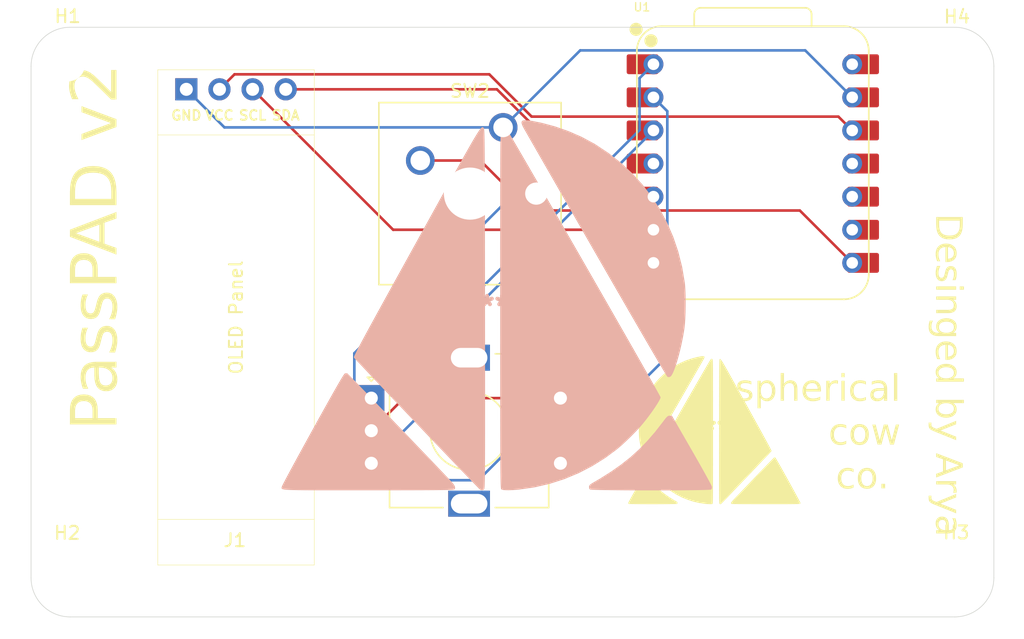
<source format=kicad_pcb>
(kicad_pcb (version 20241229) (generator "pcbnew") (generator_version "9.0")
  (layers (0 "F.Cu" signal) (2 "B.Cu" signal) (13 "F.Paste" user) (15 "B.Paste" user) (5 "F.SilkS" user "F.Silkscreen") (7 "B.SilkS" user "B.Silkscreen") (1 "F.Mask" user) (3 "B.Mask" user) (25 "Edge.Cuts" user))
  (net 0 "")
  (net 1 "+3V3")
  (net 2 "Net-(J1-Pin_4)")
  (net 3 "GND")
  (net 4 "Net-(J1-Pin_3)")
  (net 5 "Net-(U1-P28{slash}A2{slash}D2)")
  (net 6 "Net-(U1-P26{slash}A0{slash}D0)")
  (net 19 "Net-(U1-P27{slash}A1{slash}D1)")
  (net 20 "Net-(U1-D7{slash}CSB{slash}P1{slash}RX)")
  (footprint "MountingHole:MountingHole_2.7mm_M2.5" (layer "F.Cu") (at 166.241551 71.889468)
    (property "Reference" "H4" (at 0 -3.65 0) (layer "F.SilkS"))
    (property "Value" "MountingHole")
    (pad "" np_thru_hole circle (at 0 0) (size 2.7 2.7) (drill 2.7) (layers "*.Cu" "*.Mask"))
  )
  (footprint "xiao:XIAO-through-hole" (layer "F.Cu") (at 150.589086 79.51435)
    (property "Reference" "U1" (at -8.5 -12 0) (layer "F.SilkS") (effects (font (size 0.635 0.635) (thickness 0.1016))))
    (property "Value" "102010428")
    (fp_line (start -8.89 8.509) (end -8.89 -8.636) (stroke (width 0.127)) (layer "F.SilkS"))
    (fp_line (start -6.985 10.414) (end 6.985 10.414) (stroke (width 0.127)) (layer "F.SilkS"))
    (fp_line (start -4.495 -10.541) (end -4.491272 -11.451272) (stroke (width 0.127)) (layer "F.SilkS"))
    (fp_line (start -3.991272 -11.951) (end 4.004 -11.951) (stroke (width 0.127)) (layer "F.SilkS"))
    (fp_line (start 4.504 -11.451) (end 4.504 -10.541) (stroke (width 0.127)) (layer "F.SilkS"))
    (fp_line (start 6.985 -10.541) (end -6.985 -10.541) (stroke (width 0.1)) (layer "F.SilkS"))
    (fp_line (start 6.985 -10.541) (end -6.985 -10.541) (stroke (width 0.127)) (layer "F.SilkS"))
    (fp_line (start 8.89 8.509) (end 8.89 -8.636) (stroke (width 0.127)) (layer "F.SilkS"))
    (fp_arc (start -8.89 -8.636) (mid -8.332038 -9.983038) (end -6.985 -10.541) (stroke (width 0.127)) (layer "F.SilkS"))
    (fp_arc (start -6.985 10.414) (mid -8.332038 9.856038) (end -8.89 8.509) (stroke (width 0.127)) (layer "F.SilkS"))
    (fp_arc (start -4.491272 -11.451272) (mid -4.344728 -11.80464) (end -3.991272 -11.951) (stroke (width 0.127)) (layer "F.SilkS"))
    (fp_arc (start 4.004 -11.951) (mid 4.357553 -11.804553) (end 4.504 -11.451) (stroke (width 0.127)) (layer "F.SilkS"))
    (fp_arc (start 6.985 -10.541) (mid 8.332038 -9.983038) (end 8.89 -8.636) (stroke (width 0.127)) (layer "F.SilkS"))
    (fp_arc (start 8.89 8.509) (mid 8.332038 9.856038) (end 6.985 10.414) (stroke (width 0.127)) (layer "F.SilkS"))
    (fp_circle (center -8.95 -10.3) (end -8.95 -10.554) (stroke (width 0.5)) (fill yes) (layer "F.SilkS"))
    (fp_circle (center -7.807 -9.42) (end -7.807 -9.674) (stroke (width 0.5)) (fill yes) (layer "F.SilkS"))
    (pad "1" smd roundrect (at -8.455 -7.62 180) (size 2.432 1.524) (layers "F.Cu" "F.Mask") (roundrect_rratio 0.1) (net 6 "Net-(U1-P26{slash}A0{slash}D0)"))
    (pad "1" thru_hole circle (at -7.62 -7.62 180) (size 1.524 1.524) (drill 0.889) (layers "*.Cu" "*.Mask") (net 6 "Net-(U1-P26{slash}A0{slash}D0)"))
    (pad "2" smd roundrect (at -8.455 -5.08 180) (size 2.432 1.524) (layers "F.Cu" "F.Mask") (roundrect_rratio 0.1) (net 19 "Net-(U1-P27{slash}A1{slash}D1)"))
    (pad "2" thru_hole circle (at -7.62 -5.08 180) (size 1.524 1.524) (drill 0.889) (layers "*.Cu" "*.Mask") (net 19 "Net-(U1-P27{slash}A1{slash}D1)"))
    (pad "3" smd roundrect (at -8.455 -2.54 180) (size 2.432 1.524) (layers "F.Cu" "F.Mask") (roundrect_rratio 0.1) (net 5 "Net-(U1-P28{slash}A2{slash}D2)"))
    (pad "3" thru_hole circle (at -7.62 -2.54 180) (size 1.524 1.524) (drill 0.889) (layers "*.Cu" "*.Mask") (net 5 "Net-(U1-P28{slash}A2{slash}D2)"))
    (pad "4" smd roundrect (at -8.455 0 180) (size 2.432 1.524) (layers "F.Cu" "F.Mask") (roundrect_rratio 0.1))
    (pad "4" thru_hole circle (at -7.62 0 180) (size 1.524 1.524) (drill 0.889) (layers "*.Cu" "*.Mask"))
    (pad "5" smd roundrect (at -8.455 2.54 180) (size 2.432 1.524) (layers "F.Cu" "F.Mask") (roundrect_rratio 0.1) (net 2 "Net-(J1-Pin_4)"))
    (pad "5" thru_hole circle (at -7.62 2.54 180) (size 1.524 1.524) (drill 0.889) (layers "*.Cu" "*.Mask") (net 2 "Net-(J1-Pin_4)"))
    (pad "6" smd roundrect (at -8.455 5.08 180) (size 2.432 1.524) (layers "F.Cu" "F.Mask") (roundrect_rratio 0.1) (net 4 "Net-(J1-Pin_3)"))
    (pad "6" thru_hole circle (at -7.62 5.08 180) (size 1.524 1.524) (drill 0.889) (layers "*.Cu" "*.Mask") (net 4 "Net-(J1-Pin_3)"))
    (pad "7" smd roundrect (at -8.455 7.62 180) (size 2.432 1.524) (layers "F.Cu" "F.Mask") (roundrect_rratio 0.1))
    (pad "7" thru_hole circle (at -7.62 7.62 180) (size 1.524 1.524) (drill 0.889) (layers "*.Cu" "*.Mask"))
    (pad "8" thru_hole circle (at 7.62 7.62) (size 1.524 1.524) (drill 0.889) (layers "*.Cu" "*.Mask") (net 20 "Net-(U1-D7{slash}CSB{slash}P1{slash}RX)"))
    (pad "8" smd roundrect (at 8.455 7.62) (size 2.432 1.524) (layers "F.Cu" "F.Mask") (roundrect_rratio 0.1) (net 20 "Net-(U1-D7{slash}CSB{slash}P1{slash}RX)"))
    (pad "9" thru_hole circle (at 7.62 5.08) (size 1.524 1.524) (drill 0.889) (layers "*.Cu" "*.Mask"))
    (pad "9" smd roundrect (at 8.455 5.08) (size 2.432 1.524) (layers "F.Cu" "F.Mask") (roundrect_rratio 0.1))
    (pad "10" thru_hole circle (at 7.62 2.54) (size 1.524 1.524) (drill 0.889) (layers "*.Cu" "*.Mask"))
    (pad "10" smd roundrect (at 8.455 2.54) (size 2.432 1.524) (layers "F.Cu" "F.Mask") (roundrect_rratio 0.1))
    (pad "11" thru_hole circle (at 7.62 0) (size 1.524 1.524) (drill 0.889) (layers "*.Cu" "*.Mask"))
    (pad "11" smd roundrect (at 8.455 0) (size 2.432 1.524) (layers "F.Cu" "F.Mask") (roundrect_rratio 0.1))
    (pad "12" thru_hole circle (at 7.62 -2.54) (size 1.524 1.524) (drill 0.889) (layers "*.Cu" "*.Mask") (net 1 "+3V3"))
    (pad "12" smd roundrect (at 8.455 -2.54) (size 2.432 1.524) (layers "F.Cu" "F.Mask") (roundrect_rratio 0.1) (net 1 "+3V3"))
    (pad "13" thru_hole circle (at 7.62 -5.08) (size 1.524 1.524) (drill 0.889) (layers "*.Cu" "*.Mask") (net 3 "GND"))
    (pad "13" smd roundrect (at 8.455 -5.08) (size 2.432 1.524) (layers "F.Cu" "F.Mask") (roundrect_rratio 0.1) (net 3 "GND"))
    (pad "14" thru_hole circle (at 7.62 -7.62) (size 1.524 1.524) (drill 0.889) (layers "*.Cu" "*.Mask"))
    (pad "14" smd roundrect (at 8.455 -7.62) (size 2.432 1.524) (layers "F.Cu" "F.Mask") (roundrect_rratio 0.1))
  )
  (footprint "rotary:RotaryEncoder_Alps_EC11E-Switch_Vertical_H20mm" (layer "F.Cu") (at 121.3375 97.5125)
    (property "Reference" "SW1" (at 2.8 -4.7 0) (layer "F.SilkS"))
    (property "Value" "RotaryEncoder_Switch")
    (fp_line (start -0.3 -1.6) (end 0.3 -1.6) (stroke (width 0.12)) (layer "F.SilkS"))
    (fp_line (start 0 -1.3) (end -0.3 -1.6) (stroke (width 0.12)) (layer "F.SilkS"))
    (fp_line (start 0.3 -1.6) (end 0 -1.3) (stroke (width 0.12)) (layer "F.SilkS"))
    (fp_line (start 1.4 -3.4) (end 1.4 8.4) (stroke (width 0.12)) (layer "F.SilkS"))
    (fp_line (start 5.5 -3.4) (end 1.4 -3.4) (stroke (width 0.12)) (layer "F.SilkS"))
    (fp_line (start 5.5 8.4) (end 1.4 8.4) (stroke (width 0.12)) (layer "F.SilkS"))
    (fp_line (start 7 2.5) (end 8 2.5) (stroke (width 0.12)) (layer "F.SilkS"))
    (fp_line (start 7.5 2) (end 7.5 3) (stroke (width 0.12)) (layer "F.SilkS"))
    (fp_line (start 9.5 -3.4) (end 13.6 -3.4) (stroke (width 0.12)) (layer "F.SilkS"))
    (fp_line (start 13.6 -3.4) (end 13.6 -1) (stroke (width 0.12)) (layer "F.SilkS"))
    (fp_line (start 13.6 1.2) (end 13.6 3.8) (stroke (width 0.12)) (layer "F.SilkS"))
    (fp_line (start 13.6 6) (end 13.6 8.4) (stroke (width 0.12)) (layer "F.SilkS"))
    (fp_line (start 13.6 8.4) (end 9.5 8.4) (stroke (width 0.12)) (layer "F.SilkS"))
    (fp_circle (center 7.5 2.5) (end 10.5 2.5) (stroke (width 0.12)) (fill no) (layer "F.SilkS"))
    (pad "A" thru_hole rect (at 0 0) (size 2 2) (drill 1) (layers "*.Cu" "*.Mask") (net 6 "Net-(U1-P26{slash}A0{slash}D0)"))
    (pad "B" thru_hole circle (at 0 5) (size 2 2) (drill 1) (layers "*.Cu" "*.Mask") (net 5 "Net-(U1-P28{slash}A2{slash}D2)"))
    (pad "C" thru_hole circle (at 0 2.5) (size 2 2) (drill 1) (layers "*.Cu" "*.Mask") (net 3 "GND"))
    (pad "MP" thru_hole rect (at 7.5 -3.1) (size 3.2 2) (drill oval 2.8 1.5) (layers "*.Cu" "*.Mask"))
    (pad "MP" thru_hole rect (at 7.5 8.1) (size 3.2 2) (drill oval 2.8 1.5) (layers "*.Cu" "*.Mask"))
    (pad "S1" thru_hole circle (at 14.5 5) (size 2 2) (drill 1) (layers "*.Cu" "*.Mask") (net 19 "Net-(U1-P27{slash}A1{slash}D1)"))
    (pad "S2" thru_hole circle (at 14.5 0) (size 2 2) (drill 1) (layers "*.Cu" "*.Mask") (net 3 "GND"))
  )
  (footprint "oled:SSD1306-0.91-OLED-4pin-128x32" (layer "F.Cu") (at 104.96625 110.31875 90)
    (property "Reference" "J1" (at 1.9 5.91 0) (layer "F.SilkS"))
    (property "Value" "Conn_01x04_Socket")
    (fp_line (start 38 0) (end 0 0) (stroke (width 0.04)) (layer "F.SilkS"))
    (fp_line (start 33 0) (end 33 12) (stroke (width 0.04)) (layer "F.SilkS"))
    (fp_line (start 3.5 0) (end 3.5 12) (stroke (width 0.04)) (layer "F.SilkS"))
    (fp_line (start 0 0) (end 0 12) (stroke (width 0.04)) (layer "F.SilkS"))
    (fp_line (start 38 12) (end 38 0) (stroke (width 0.04)) (layer "F.SilkS"))
    (fp_line (start 0 12) (end 38 12) (stroke (width 0.04)) (layer "F.SilkS"))
    (fp_text user "GND" (at 34.5 2.19 0) (layer "F.SilkS") (effects (font (size 0.75 0.75))))
    (fp_text user "SDA" (at 34.5 9.81 0) (layer "F.SilkS") (effects (font (size 0.75 0.75))))
    (fp_text user "OLED Panel" (at 19 6 90) (layer "F.SilkS"))
    (fp_text user "SCL" (at 34.5 7.27 0) (layer "F.SilkS") (effects (font (size 0.75 0.75))))
    (fp_text user "VCC" (at 34.5 4.73 0) (layer "F.SilkS") (effects (font (size 0.75 0.75))))
    (pad "1" thru_hole rect (at 36.5 2.19 90) (size 1.7 1.7) (drill 1) (layers "*.Cu" "*.Mask") (net 3 "GND"))
    (pad "2" thru_hole oval (at 36.5 4.73 90) (size 1.7 1.7) (drill 1) (layers "*.Cu" "*.Mask") (net 1 "+3V3"))
    (pad "3" thru_hole oval (at 36.5 7.27 90) (size 1.7 1.7) (drill 1) (layers "*.Cu" "*.Mask") (net 4 "Net-(J1-Pin_3)"))
    (pad "4" thru_hole oval (at 36.5 9.81 90) (size 1.7 1.7) (drill 1) (layers "*.Cu" "*.Mask") (net 2 "Net-(J1-Pin_4)"))
  )
  (footprint "Button_Switch_Keyboard:SW_Cherry_MX_1.00u_PCB" (layer "F.Cu") (at 131.44345 76.741028)
    (property "Reference" "SW2" (at -2.54 -2.794 0) (layer "F.SilkS"))
    (property "Value" "SW_Push")
    (fp_line (start -9.525 -1.905) (end 4.445 -1.905) (stroke (width 0.12)) (layer "F.SilkS"))
    (fp_line (start -9.525 12.065) (end -9.525 -1.905) (stroke (width 0.12)) (layer "F.SilkS"))
    (fp_line (start 4.445 -1.905) (end 4.445 12.065) (stroke (width 0.12)) (layer "F.SilkS"))
    (fp_line (start 4.445 12.065) (end -9.525 12.065) (stroke (width 0.12)) (layer "F.SilkS"))
    (pad "" np_thru_hole circle (at -7.62 5.08) (size 1.7 1.7) (drill 1.7) (layers "*.Cu" "*.Mask"))
    (pad "" np_thru_hole circle (at -2.54 5.08) (size 4 4) (drill 4) (layers "*.Cu" "*.Mask"))
    (pad "" np_thru_hole circle (at 2.54 5.08) (size 1.7 1.7) (drill 1.7) (layers "*.Cu" "*.Mask"))
    (pad "1" thru_hole circle (at 0 0) (size 2.2 2.2) (drill 1.5) (layers "*.Cu" "*.Mask") (net 3 "GND"))
    (pad "2" thru_hole circle (at -6.35 2.54) (size 2.2 2.2) (drill 1.5) (layers "*.Cu" "*.Mask") (net 20 "Net-(U1-D7{slash}CSB{slash}P1{slash}RX)"))
  )
  (footprint "MountingHole:MountingHole_2.7mm_M2.5" (layer "F.Cu") (at 98.056834 71.858552)
    (property "Reference" "H1" (at 0 -3.65 0) (layer "F.SilkS"))
    (property "Value" "MountingHole")
    (pad "" np_thru_hole circle (at 0 0) (size 2.7 2.7) (drill 2.7) (layers "*.Cu" "*.Mask"))
  )
  (footprint "LOGO" (layer "F.Cu") (at 147.6375 100.0125)
    (property "Reference" "G***" (at 0 0 0) (layer "F.SilkS") (effects (font (size 1.5 1.5) (thickness 0.3))))
    (property "Value" "LOGO" (hide yes))
    (fp_poly (pts (xy -5.268411 3.352228) (xy -5.241446 3.362433) (xy -5.212099 3.385893) (xy -5.174645 3.427888) (xy -5.123359 3.493696) (xy -5.079857 3.551789) (xy -4.843492 3.854823) (xy -4.604108 4.130878) (xy -4.356142 4.38479) (xy -4.094031 4.621395) (xy -3.812211 4.845529) (xy -3.505119 5.062027) (xy -3.16719 5.275727) (xy -2.95 5.40308) (xy -2.882895 5.444494) (xy -2.844482 5.477879) (xy -2.826793 5.511208) (xy -2.823285 5.529856) (xy -2.830982 5.588977) (xy -2.852107 5.614013) (xy -2.877913 5.61854) (xy -2.940131 5.622681) (xy -3.035326 5.626433) (xy -3.160062 5.629795) (xy -3.310905 5.632765) (xy -3.484417 5.635342) (xy -3.677165 5.637523) (xy -3.885712 5.639306) (xy -4.106623 5.640691) (xy -4.336463 5.641674) (xy -4.571795 5.642254) (xy -4.809184 5.64243) (xy -5.045196 5.642199) (xy -5.276394 5.641559) (xy -5.499343 5.64051) (xy -5.710607 5.639048) (xy -5.906751 5.637172) (xy -6.08434 5.634881) (xy -6.239937 5.632172) (xy -6.370108 5.629044) (xy -6.471417 5.625495) (xy -6.540428 5.621522) (xy -6.573706 5.617125) (xy -6.576 5.616) (xy -6.594282 5.578514) (xy -6.599124 5.541) (xy -6.589115 5.514281) (xy -6.560436 5.455774) (xy -6.514599 5.368226) (xy -6.453112 5.254384) (xy -6.377486 5.116996) (xy -6.289233 4.958808) (xy -6.189863 4.78257) (xy -6.080885 4.591027) (xy -5.982843 4.42) (xy -5.367438 3.35) (xy -5.298719 3.35)) (fill yes) (layer "F.SilkS"))
    (fp_poly (pts (xy -0.788121 -5.707614) (xy -0.757196 -5.676103) (xy -0.755425 -5.624638) (xy -0.780677 -5.551588) (xy -0.8095 -5.493749) (xy -0.825739 -5.464704) (xy -0.860967 -5.402626) (xy -0.914241 -5.309163) (xy -0.984617 -5.18596) (xy -1.071149 -5.034666) (xy -1.172895 -4.856925) (xy -1.288911 -4.654386) (xy -1.418251 -4.428694) (xy -1.559973 -4.181497) (xy -1.713131 -3.914441) (xy -1.876783 -3.629174) (xy -2.049983 -3.32734) (xy -2.231788 -3.010588) (xy -2.421253 -2.680565) (xy -2.617435 -2.338916) (xy -2.81939 -1.987288) (xy -3.026172 -1.627328) (xy -3.035312 -1.61142) (xy -3.311888 -1.130274) (xy -3.570429 -0.681022) (xy -3.810815 -0.263872) (xy -4.032922 0.120967) (xy -4.236629 0.473286) (xy -4.421815 0.792875) (xy -4.588357 1.079527) (xy -4.736135 1.333031) (xy -4.865025 1.553178) (xy -4.974906 1.739761) (xy -5.065656 1.892569) (xy -5.137154 2.011393) (xy -5.189277 2.096025) (xy -5.221904 2.146256) (xy -5.234466 2.161866) (xy -5.282667 2.164528) (xy -5.319025 2.153285) (xy -5.353277 2.11809) (xy -5.392691 2.048021) (xy -5.435934 1.947676) (xy -5.481671 1.82165) (xy -5.528569 1.67454) (xy -5.575293 1.51094) (xy -5.62051 1.335449) (xy -5.662884 1.152661) (xy -5.701084 0.967172) (xy -5.733773 0.78358) (xy -5.752475 0.66) (xy -5.76603 0.533604) (xy -5.776463 0.377443) (xy -5.783703 0.200744) (xy -5.787682 0.01274) (xy -5.788332 -0.177341) (xy -5.785584 -0.360268) (xy -5.779367 -0.52681) (xy -5.769615 -0.667739) (xy -5.762846 -0.73) (xy -5.681133 -1.214651) (xy -5.563294 -1.683667) (xy -5.410214 -2.135694) (xy -5.222778 -2.569377) (xy -5.00187 -2.983359) (xy -4.748377 -3.376287) (xy -4.463182 -3.746804) (xy -4.14717 -4.093557) (xy -3.801228 -4.415188) (xy -3.426239 -4.710344) (xy -3.023089 -4.977668) (xy -2.96716 -5.011192) (xy -2.5956 -5.210382) (xy -2.199302 -5.383786) (xy -1.786363 -5.528458) (xy -1.364883 -5.641451) (xy -1.077138 -5.698755) (xy -0.94596 -5.717307) (xy -0.850332 -5.720804)) (fill yes) (layer "F.SilkS"))
    (fp_poly (pts (xy 4.66794 2.055422) (xy 4.68324 2.071801) (xy 4.711871 2.113558) (xy 4.754398 2.181683) (xy 4.81139 2.277167) (xy 4.883413 2.401002) (xy 4.971033 2.554176) (xy 5.074819 2.737683) (xy 5.195337 2.952511) (xy 5.333155 3.199652) (xy 5.488838 3.480097) (xy 5.650842 3.772913) (xy 5.784176 4.014648) (xy 5.912016 4.247224) (xy 6.033022 4.46816) (xy 6.145856 4.674975) (xy 6.249179 4.865191) (xy 6.341652 5.036325) (xy 6.421937 5.185898) (xy 6.488696 5.311429) (xy 6.540588 5.410438) (xy 6.576277 5.480444) (xy 6.594422 5.518967) (xy 6.596474 5.525045) (xy 6.599799 5.541466) (xy 6.603387 5.556252) (xy 6.605266 5.569486) (xy 6.603459 5.581256) (xy 6.595993 5.591645) (xy 6.580893 5.600741) (xy 6.556185 5.608628) (xy 6.519893 5.615391) (xy 6.470043 5.621117) (xy 6.404662 5.625891) (xy 6.321773 5.629798) (xy 6.219403 5.632924) (xy 6.095577 5.635354) (xy 5.948321 5.637174) (xy 5.775659 5.638469) (xy 5.575618 5.639324) (xy 5.346223 5.639826) (xy 5.085499 5.64006) (xy 4.791471 5.640111) (xy 4.462166 5.640065) (xy 4.095609 5.640007) (xy 3.941551 5.64) (xy 3.544954 5.639917) (xy 3.18677 5.63966) (xy 2.865415 5.639214) (xy 2.579301 5.638564) (xy 2.326843 5.637697) (xy 2.106454 5.636597) (xy 1.916549 5.63525) (xy 1.755542 5.633643) (xy 1.621847 5.631759) (xy 1.513877 5.629586) (xy 1.430048 5.627108) (xy 1.368772 5.624311) (xy 1.328463 5.621181) (xy 1.307537 5.617703) (xy 1.304 5.616) (xy 1.280682 5.569558) (xy 1.292253 5.510285) (xy 1.339246 5.436514) (xy 1.375 5.394967) (xy 1.42649 5.339607) (xy 1.500566 5.260896) (xy 1.595122 5.161026) (xy 1.70805 5.042187) (xy 1.837246 4.906573) (xy 1.980603 4.756373) (xy 2.136015 4.59378) (xy 2.301376 4.420984) (xy 2.47458 4.240177) (xy 2.653521 4.053551) (xy 2.836093 3.863296) (xy 3.020189 3.671605) (xy 3.203704 3.480668) (xy 3.384532 3.292677) (xy 3.560566 3.109823) (xy 3.7297 2.934297) (xy 3.889829 2.768292) (xy 4.038847 2.613998) (xy 4.174647 2.473606) (xy 4.295122 2.349309) (xy 4.398169 2.243297) (xy 4.481679 2.157762) (xy 4.543547 2.094895) (xy 4.581667 2.056888) (xy 4.593822 2.045765) (xy 4.633274 2.044939)) (fill yes) (layer "F.SilkS"))
    (fp_poly (pts (xy -0.177386 -5.509465) (xy -0.14 -5.48) (xy -0.135969 -5.47564) (xy -0.132218 -5.469972) (xy -0.128738 -5.461596) (xy -0.125518 -5.44911) (xy -0.122547 -5.431112) (xy -0.119817 -5.406201) (xy -0.117316 -5.372975) (xy -0.115035 -5.330031) (xy -0.112964 -5.27597) (xy -0.111092 -5.209389) (xy -0.10941 -5.128885) (xy -0.107907 -5.033059) (xy -0.106573 -4.920507) (xy -0.105399 -4.789828) (xy -0.104373 -4.639622) (xy -0.103486 -4.468485) (xy -0.102728 -4.275016) (xy -0.102089 -4.057814) (xy -0.101558 -3.815477) (xy -0.101126 -3.546603) (xy -0.100782 -3.249791) (xy -0.100517 -2.923638) (xy -0.100319 -2.566744) (xy -0.10018 -2.177707) (xy -0.100089 -1.755124) (xy -0.100035 -1.297595) (xy -0.100009 -0.803718) (xy -0.100001 -0.27209) (xy -0.1 0.068571) (xy -0.100015 0.627149) (xy -0.100065 1.147101) (xy -0.100157 1.6298) (xy -0.1003 2.076619) (xy -0.100501 2.488933) (xy -0.100768 2.868113) (xy -0.101109 3.215535) (xy -0.101531 3.532571) (xy -0.102043 3.820595) (xy -0.102651 4.08098) (xy -0.103365 4.3151) (xy -0.104192 4.524328) (xy -0.105139 4.710038) (xy -0.106214 4.873604) (xy -0.107426 5.016398) (xy -0.108782 5.139794) (xy -0.110289 5.245166) (xy -0.111956 5.333888) (xy -0.11379 5.407332) (xy -0.115799 5.466872) (xy -0.117991 5.513882) (xy -0.120373 5.549735) (xy -0.122955 5.575804) (xy -0.125742 5.593464) (xy -0.128743 5.604087) (xy -0.131429 5.608571) (xy -0.170804 5.625431) (xy -0.245383 5.635203) (xy -0.350993 5.637823) (xy -0.483458 5.633224) (xy -0.638605 5.62134) (xy -0.68 5.617268) (xy -1.152218 5.549003) (xy -1.614157 5.442369) (xy -2.064108 5.298066) (xy -2.500362 5.116796) (xy -2.921211 4.899261) (xy -3.324946 4.646161) (xy -3.670848 4.389675) (xy -3.805712 4.275879) (xy -3.954558 4.140272) (xy -4.107674 3.992422) (xy -4.255349 3.841899) (xy -4.387872 3.698275) (xy -4.472171 3.6) (xy -4.570638 3.476942) (xy -4.666991 3.350492) (xy -4.757997 3.225455) (xy -4.840423 3.106641) (xy -4.911037 2.998857) (xy -4.966608 2.90691) (xy -5.003902 2.835609) (xy -5.019687 2.789761) (xy -5.02 2.785158) (xy -5.01018 2.764165) (xy -4.981425 2.710375) (xy -4.934795 2.625637) (xy -4.87135 2.511797) (xy -4.792149 2.370702) (xy -4.698254 2.204202) (xy -4.590723 2.014142) (xy -4.470615 1.802371) (xy -4.338992 1.570736) (xy -4.196913 1.321086) (xy -4.045437 1.055266) (xy -3.885625 0.775125) (xy -3.718536 0.482511) (xy -3.54523 0.179271) (xy -3.366766 -0.132748) (xy -3.184205 -0.451698) (xy -2.998607 -0.775731) (xy -2.811031 -1.103) (xy -2.622536 -1.431657) (xy -2.434184 -1.759854) (xy -2.247033 -2.085745) (xy -2.062143 -2.407481) (xy -1.880575 -2.723216) (xy -1.703388 -3.0311) (xy -1.531641 -3.329288) (xy -1.366395 -3.615931) (xy -1.208709 -3.889182) (xy -1.059644 -4.147192) (xy -0.920258 -4.388116) (xy -0.791613 -4.610105) (xy -0.674767 -4.811311) (xy -0.57078 -4.989887) (xy -0.480712 -5.143986) (xy -0.405624 -5.271759) (xy -0.346574 -5.37136) (xy -0.304623 -5.440941) (xy -0.28083 -5.478653) (xy -0.276053 -5.485) (xy -0.224253 -5.516022)) (fill yes) (layer "F.SilkS"))
    (fp_poly (pts (xy 0.460313 -5.50013) (xy 0.476081 -5.488753) (xy 0.495259 -5.46947) (xy 0.518664 -5.440893) (xy 0.547114 -5.401631) (xy 0.581429 -5.350297) (xy 0.622427 -5.2855) (xy 0.670926 -5.205851) (xy 0.727746 -5.109962) (xy 0.793705 -4.996443) (xy 0.869622 -4.863905) (xy 0.956314 -4.710959) (xy 1.054602 -4.536216) (xy 1.165303 -4.338286) (xy 1.289236 -4.115781) (xy 1.42722 -3.86731) (xy 1.580073 -3.591486) (xy 1.748614 -3.286918) (xy 1.933662 -2.952218) (xy 2.136035 -2.585997) (xy 2.356552 -2.186864) (xy 2.474093 -1.97412) (xy 2.703991 -1.55795) (xy 2.915237 -1.175367) (xy 3.108583 -0.824975) (xy 3.284781 -0.505383) (xy 3.444583 -0.215197) (xy 3.588741 0.046976) (xy 3.718007 0.282529) (xy 3.833133 0.492855) (xy 3.934871 0.679347) (xy 4.023973 0.843398) (xy 4.10119 0.986402) (xy 4.167275 1.109751) (xy 4.22298 1.214838) (xy 4.269057 1.303057) (xy 4.306257 1.3758) (xy 4.335333 1.434461) (xy 4.357036 1.480433) (xy 4.372119 1.515108) (xy 4.381333 1.539881) (xy 4.38543 1.556143) (xy 4.385163 1.565288) (xy 4.384918 1.56588) (xy 4.369431 1.584164) (xy 4.328183 1.6293) (xy 4.263099 1.699268) (xy 4.176104 1.792052) (xy 4.069124 1.905632) (xy 3.944083 2.037993) (xy 3.802908 2.187114) (xy 3.647525 2.350979) (xy 3.479857 2.52757) (xy 3.301831 2.714868) (xy 3.115373 2.910855) (xy 2.922407 3.113514) (xy 2.724859 3.320826) (xy 2.524655 3.530774) (xy 2.323719 3.74134) (xy 2.123978 3.950505) (xy 1.927356 4.156252) (xy 1.73578 4.356563) (xy 1.551174 4.54942) (xy 1.375465 4.732804) (xy 1.210576 4.904698) (xy 1.058435 5.063084) (xy 0.920966 5.205944) (xy 0.800094 5.33126) (xy 0.697746 5.437014) (xy 0.615847 5.521188) (xy 0.556321 5.581764) (xy 0.521094 5.616724) (xy 0.512237 5.624693) (xy 0.45844 5.638082) (xy 0.400076 5.615851) (xy 0.394964 5.612132) (xy 0.391434 5.608089) (xy 0.388152 5.600582) (xy 0.385111 5.588221) (xy 0.382303 5.569618) (xy 0.379721 5.543381) (xy 0.377357 5.50812) (xy 0.375204 5.462445) (xy 0.373254 5.404966) (xy 0.3715 5.334292) (xy 0.369933 5.249034) (xy 0.368548 5.147802) (xy 0.367335 5.029204) (xy 0.366289 4.891852) (xy 0.3654 4.734355) (xy 0.364662 4.555322) (xy 0.364067 4.353364) (xy 0.363608 4.12709) (xy 0.363276 3.87511) (xy 0.363065 3.596034) (xy 0.362968 3.288473) (xy 0.362975 2.951034) (xy 0.363081 2.582329) (xy 0.363277 2.180968) (xy 0.363557 1.74556) (xy 0.363911 1.274714) (xy 0.364334 0.767042) (xy 0.364817 0.221152) (xy 0.364964 0.059948) (xy 0.365482 -0.497506) (xy 0.365992 -1.016344) (xy 0.366503 -1.497952) (xy 0.367024 -1.943714) (xy 0.367566 -2.355014) (xy 0.368139 -2.733237) (xy 0.368751 -3.079768) (xy 0.369413 -3.395991) (xy 0.370134 -3.683291) (xy 0.370924 -3.943052) (xy 0.371794 -4.17666) (xy 0.372752 -4.385499) (xy 0.373808 -4.570952) (xy 0.374972 -4.734406) (xy 0.376254 -4.877244) (xy 0.377664 -5.000852) (xy 0.379211 -5.106613) (xy 0.380905 -5.195913) (xy 0.382755 -5.270136) (xy 0.384772 -5.330666) (xy 0.386966 -5.378889) (xy 0.389345 -5.416188) (xy 0.391919 -5.443949) (xy 0.394699 -5.463556) (xy 0.397695 -5.476394) (xy 0.400915 -5.483847) (xy 0.403944 -5.487053) (xy 0.41495 -5.494366) (xy 0.425271 -5.50072) (xy 0.435726 -5.504725) (xy 0.447134 -5.504991)) (fill yes) (layer "F.SilkS"))
  )
  (footprint "MountingHole:MountingHole_2.7mm_M2.5" (layer "F.Cu") (at 166.186859 111.475774)
    (property "Reference" "H3" (at 0 -3.65 0) (layer "F.SilkS"))
    (property "Value" "MountingHole")
    (pad "" np_thru_hole circle (at 0 0) (size 2.7 2.7) (drill 2.7) (layers "*.Cu" "*.Mask"))
  )
  (footprint "MountingHole:MountingHole_2.7mm_M2.5" (layer "F.Cu") (at 98.017649 111.507208)
    (property "Reference" "H2" (at 0 -3.65 0) (layer "F.SilkS"))
    (property "Value" "MountingHole")
    (pad "" np_thru_hole circle (at 0 0) (size 2.7 2.7) (drill 2.7) (layers "*.Cu" "*.Mask"))
  )
  (footprint "LOGO" (layer "B.Cu") (at 130.96875 90.4875 180)
    (property "Reference" "G***" (at 0 0 0) (layer "B.SilkS") (effects (font (size 1.5 1.5) (thickness 0.3)) (justify mirror)))
    (property "Value" "LOGO" (hide yes))
    (fp_poly (pts (xy -13.171026 -8.380571) (xy -13.103613 -8.406083) (xy -13.030247 -8.464734) (xy -12.936613 -8.569721) (xy -12.808397 -8.73424) (xy -12.699642 -8.879474) (xy -12.108729 -9.637058) (xy -11.51027 -10.327196) (xy -10.890355 -10.961975) (xy -10.235078 -11.553488) (xy -9.530527 -12.113822) (xy -8.762796 -12.655069) (xy -7.917974 -13.189317) (xy -7.375 -13.507701) (xy -7.207237 -13.611235) (xy -7.111204 -13.694698) (xy -7.066981 -13.778021) (xy -7.058211 -13.824641) (xy -7.077454 -13.972443) (xy -7.130268 -14.035034) (xy -7.194782 -14.046351) (xy -7.350327 -14.056702) (xy -7.588314 -14.066083) (xy -7.900155 -14.074488) (xy -8.277261 -14.081914) (xy -8.711043 -14.088355) (xy -9.192912 -14.093807) (xy -9.71428 -14.098266) (xy -10.266557 -14.101727) (xy -10.841156 -14.104185) (xy -11.429486 -14.105636) (xy -12.02296 -14.106075) (xy -12.612989 -14.105497) (xy -13.190984 -14.103899) (xy -13.748357 -14.101275) (xy -14.276517 -14.097621) (xy -14.766878 -14.092932) (xy -15.210849 -14.087204) (xy -15.599843 -14.080431) (xy -15.92527 -14.072611) (xy -16.178542 -14.063737) (xy -16.35107 -14.053806) (xy -16.434265 -14.042812) (xy -16.44 -14.04) (xy -16.485705 -13.946286) (xy -16.497809 -13.8525) (xy -16.472787 -13.785704) (xy -16.40109 -13.639437) (xy -16.286496 -13.420566) (xy -16.132779 -13.135961) (xy -15.943715 -12.79249) (xy -15.723082 -12.397022) (xy -15.474656 -11.956425) (xy -15.202211 -11.477569) (xy -14.957106 -11.05) (xy -13.418595 -8.375) (xy -13.246798 -8.375)) (fill yes) (layer "B.SilkS"))
    (fp_poly (pts (xy -1.970302 14.269033) (xy -1.892989 14.190256) (xy -1.888562 14.061595) (xy -1.951692 13.878969) (xy -2.02375 13.734372) (xy -2.064347 13.661759) (xy -2.152417 13.506565) (xy -2.285602 13.272906) (xy -2.461541 12.9649) (xy -2.677873 12.586663) (xy -2.932238 12.142312) (xy -3.222276 11.635964) (xy -3.545627 11.071735) (xy -3.899931 10.453742) (xy -4.282828 9.786103) (xy -4.691956 9.072933) (xy -5.124956 8.31835) (xy -5.579469 7.52647) (xy -6.053132 6.701411) (xy -6.543587 5.847288) (xy -7.048473 4.968219) (xy -7.56543 4.06832) (xy -7.58828 4.028548) (xy -8.279719 2.825685) (xy -8.926073 1.702554) (xy -9.527036 0.659679) (xy -10.082304 -0.302419) (xy -10.591573 -1.183216) (xy -11.054537 -1.982189) (xy -11.470893 -2.698817) (xy -11.840336 -3.332577) (xy -12.162561 -3.882946) (xy -12.437263 -4.349402) (xy -12.664139 -4.731422) (xy -12.842884 -5.028484) (xy -12.973192 -5.240064) (xy -13.05476 -5.365641) (xy -13.086165 -5.404666) (xy -13.206667 -5.411321) (xy -13.297562 -5.383214) (xy -13.383191 -5.295225) (xy -13.481726 -5.120054) (xy -13.589833 -4.869191) (xy -13.704176 -4.554126) (xy -13.821421 -4.18635) (xy -13.938232 -3.777352) (xy -14.051273 -3.338623) (xy -14.15721 -2.881653) (xy -14.252708 -2.417932) (xy -14.334431 -1.95895) (xy -14.381187 -1.65) (xy -14.415075 -1.334011) (xy -14.441156 -0.943607) (xy -14.459257 -0.501862) (xy -14.469205 -0.03185) (xy -14.47083 0.443351) (xy -14.463958 0.900668) (xy -14.448418 1.317025) (xy -14.424037 1.669346) (xy -14.407115 1.825) (xy -14.202832 3.036627) (xy -13.908235 4.209168) (xy -13.525534 5.339235) (xy -13.056944 6.423441) (xy -12.504675 7.458398) (xy -11.870941 8.440717) (xy -11.157953 9.36701) (xy -10.367925 10.233891) (xy -9.503069 11.037969) (xy -8.565597 11.775858) (xy -7.557721 12.44417) (xy -7.4179 12.52798) (xy -6.489 13.025955) (xy -5.498253 13.459465) (xy -4.465906 13.821144) (xy -3.412206 14.103626) (xy -2.692844 14.246886) (xy -2.3649 14.293266) (xy -2.125829 14.302009)) (fill yes) (layer "B.SilkS"))
    (fp_poly (pts (xy 11.669851 -5.138556) (xy 11.708102 -5.179504) (xy 11.779678 -5.283896) (xy 11.885997 -5.454209) (xy 12.028476 -5.692919) (xy 12.208532 -6.002505) (xy 12.427584 -6.385442) (xy 12.687049 -6.844207) (xy 12.988344 -7.381278) (xy 13.332887 -7.999132) (xy 13.722095 -8.700244) (xy 14.127106 -9.432284) (xy 14.460442 -10.036621) (xy 14.780041 -10.61806) (xy 15.082556 -11.1704) (xy 15.36464 -11.687439) (xy 15.622948 -12.162977) (xy 15.854131 -12.590813) (xy 16.054844 -12.964745) (xy 16.22174 -13.278573) (xy 16.351471 -13.526095) (xy 16.440692 -13.701111) (xy 16.486055 -13.797419) (xy 16.491185 -13.812613) (xy 16.499497 -13.853666) (xy 16.508469 -13.89063) (xy 16.513165 -13.923716) (xy 16.508649 -13.95314) (xy 16.489984 -13.979114) (xy 16.452234 -14.001853) (xy 16.390463 -14.02157) (xy 16.299733 -14.038479) (xy 16.175109 -14.052794) (xy 16.011655 -14.064728) (xy 15.804433 -14.074496) (xy 15.548508 -14.08231) (xy 15.238943 -14.088385) (xy 14.870802 -14.092935) (xy 14.439148 -14.096172) (xy 13.939046 -14.098312) (xy 13.365557 -14.099567) (xy 12.713747 -14.100151) (xy 11.978679 -14.100279) (xy 11.155417 -14.100163) (xy 10.239023 -14.100018) (xy 9.853877 -14.1) (xy 8.862385 -14.099793) (xy 7.966926 -14.099151) (xy 7.163537 -14.098035) (xy 6.448253 -14.096411) (xy 5.817107 -14.094243) (xy 5.266136 -14.091493) (xy 4.791374 -14.088127) (xy 4.388856 -14.084107) (xy 4.054618 -14.079399) (xy 3.784694 -14.073965) (xy 3.57512 -14.06777) (xy 3.42193 -14.060778) (xy 3.321159 -14.052953) (xy 3.268843 -14.044258) (xy 3.26 -14.04) (xy 3.201707 -13.923895) (xy 3.230633 -13.775713) (xy 3.348117 -13.591285) (xy 3.4375 -13.487418) (xy 3.566226 -13.349017) (xy 3.751416 -13.15224) (xy 3.987805 -12.902565) (xy 4.270127 -12.605469) (xy 4.593116 -12.266433) (xy 4.951509 -11.890934) (xy 5.340039 -11.484451) (xy 5.753441 -11.052461) (xy 6.186451 -10.600444) (xy 6.633803 -10.133878) (xy 7.090232 -9.658242) (xy 7.550473 -9.179013) (xy 8.009261 -8.70167) (xy 8.46133 -8.231692) (xy 8.901415 -7.774557) (xy 9.324252 -7.335744) (xy 9.724574 -6.92073) (xy 10.097118 -6.534995) (xy 10.436617 -6.184016) (xy 10.737807 -5.873273) (xy 10.995422 -5.608243) (xy 11.204197 -5.394406) (xy 11.358868 -5.237239) (xy 11.454168 -5.142221) (xy 11.484555 -5.114414) (xy 11.583186 -5.112348)) (fill yes) (layer "B.SilkS"))
    (fp_poly (pts (xy -0.443464 13.773663) (xy -0.35 13.7) (xy -0.339923 13.689098) (xy -0.330545 13.674929) (xy -0.321844 13.653989) (xy -0.313793 13.622774) (xy -0.306367 13.577779) (xy -0.299541 13.515501) (xy -0.29329 13.432436) (xy -0.287587 13.325078) (xy -0.282409 13.189924) (xy -0.27773 13.023471) (xy -0.273524 12.822212) (xy -0.269767 12.582646) (xy -0.266433 12.301267) (xy -0.263496 11.97457) (xy -0.260932 11.599053) (xy -0.258715 11.171211) (xy -0.25682 10.687539) (xy -0.255222 10.144534) (xy -0.253895 9.538691) (xy -0.252815 8.866507) (xy -0.251955 8.124476) (xy -0.251291 7.309095) (xy -0.250798 6.41686) (xy -0.250449 5.444267) (xy -0.250221 4.38781) (xy -0.250087 3.243987) (xy -0.250022 2.009293) (xy -0.250002 0.680224) (xy -0.25 -0.171428) (xy -0.250038 -1.567874) (xy -0.250162 -2.867754) (xy -0.250392 -4.074501) (xy -0.250749 -5.191549) (xy -0.251252 -6.222332) (xy -0.251919 -7.170284) (xy -0.252771 -8.038838) (xy -0.253826 -8.831428) (xy -0.255106 -9.551487) (xy -0.256628 -10.20245) (xy -0.258412 -10.78775) (xy -0.260479 -11.310821) (xy -0.262847 -11.775096) (xy -0.265535 -12.18401) (xy -0.268564 -12.540995) (xy -0.271953 -12.849486) (xy -0.275721 -13.112916) (xy -0.279888 -13.33472) (xy -0.284473 -13.51833) (xy -0.289496 -13.66718) (xy -0.294976 -13.784705) (xy -0.300933 -13.874337) (xy -0.307386 -13.939511) (xy -0.314354 -13.98366) (xy -0.321858 -14.010218) (xy -0.328572 -14.021428) (xy -0.427009 -14.063577) (xy -0.613457 -14.088009) (xy -0.877481 -14.094559) (xy -1.208645 -14.083061) (xy -1.596513 -14.05335) (xy -1.7 -14.043171) (xy -2.880545 -13.872509) (xy -4.035392 -13.605923) (xy -5.160269 -13.245166) (xy -6.250904 -12.791992) (xy -7.303027 -12.248153) (xy -8.312364 -11.615403) (xy -9.17712 -10.974187) (xy -9.514279 -10.689699) (xy -9.886393 -10.35068) (xy -10.269183 -9.981055) (xy -10.638372 -9.604749) (xy -10.96968 -9.245688) (xy -11.180426 -9) (xy -11.426595 -8.692357) (xy -11.667477 -8.37623) (xy -11.894991 -8.063639) (xy -12.101056 -7.766604) (xy -12.277593 -7.497143) (xy -12.416518 -7.267277) (xy -12.509753 -7.089024) (xy -12.549216 -6.974403) (xy -12.55 -6.962895) (xy -12.525449 -6.910413) (xy -12.453561 -6.775939) (xy -12.336986 -6.564093) (xy -12.178374 -6.279492) (xy -11.980373 -5.926757) (xy -11.745634 -5.510505) (xy -11.476806 -5.035356) (xy -11.176538 -4.505929) (xy -10.84748 -3.926842) (xy -10.492282 -3.302715) (xy -10.113593 -2.638165) (xy -9.714062 -1.937814) (xy -9.296339 -1.206278) (xy -8.863073 -0.448177) (xy -8.416915 0.33187) (xy -7.960513 1.129244) (xy -7.496517 1.939326) (xy -7.027576 2.757498) (xy -6.55634 3.579141) (xy -6.085459 4.399635) (xy -5.617582 5.214362) (xy -5.155358 6.018702) (xy -4.701437 6.808038) (xy -4.258468 7.57775) (xy -3.829102 8.323219) (xy -3.415987 9.039826) (xy -3.021773 9.722953) (xy -2.649109 10.36798) (xy -2.300645 10.970289) (xy -1.979031 11.525261) (xy -1.686916 12.028277) (xy -1.426949 12.474717) (xy -1.20178 12.859964) (xy -1.014059 13.179397) (xy -0.866434 13.428399) (xy -0.761556 13.602351) (xy -0.702074 13.696633) (xy -0.690131 13.7125) (xy -0.560632 13.790055)) (fill yes) (layer "B.SilkS"))
    (fp_poly (pts (xy 1.150782 13.750325) (xy 1.190204 13.721882) (xy 1.238148 13.673675) (xy 1.29666 13.602231) (xy 1.367786 13.504078) (xy 1.453573 13.375741) (xy 1.556068 13.213749) (xy 1.677317 13.014628) (xy 1.819367 12.774905) (xy 1.984264 12.491108) (xy 2.174055 12.159763) (xy 2.390787 11.777398) (xy 2.636506 11.340539) (xy 2.913258 10.845715) (xy 3.223091 10.289451) (xy 3.568051 9.668275) (xy 3.950184 8.978714) (xy 4.371537 8.217295) (xy 4.834157 7.380545) (xy 5.340089 6.464991) (xy 5.891382 5.46716) (xy 6.185234 4.935298) (xy 6.759978 3.894875) (xy 7.288093 2.938416) (xy 7.771458 2.062437) (xy 8.211953 1.263456) (xy 8.611458 0.537991) (xy 8.971853 -0.117441) (xy 9.295019 -0.706323) (xy 9.582834 -1.232138) (xy 9.837178 -1.698369) (xy 10.059933 -2.108497) (xy 10.252976 -2.466006) (xy 10.418189 -2.774378) (xy 10.557451 -3.037096) (xy 10.672643 -3.257643) (xy 10.765643 -3.439501) (xy 10.838332 -3.586154) (xy 10.89259 -3.701083) (xy 10.930297 -3.787772) (xy 10.953332 -3.849703) (xy 10.963576 -3.890358) (xy 10.962908 -3.913221) (xy 10.962295 -3.914702) (xy 10.923579 -3.960412) (xy 10.820459 -4.07325) (xy 10.657748 -4.248171) (xy 10.440261 -4.48013) (xy 10.17281 -4.764082) (xy 9.860209 -5.094983) (xy 9.507272 -5.467787) (xy 9.118812 -5.877449) (xy 8.699643 -6.318925) (xy 8.254579 -6.78717) (xy 7.788433 -7.277138) (xy 7.306018 -7.783785) (xy 6.812148 -8.302066) (xy 6.311637 -8.826937) (xy 5.809298 -9.353351) (xy 5.309945 -9.876264) (xy 4.818392 -10.390632) (xy 4.339451 -10.891409) (xy 3.877937 -11.37355) (xy 3.438662 -11.832011) (xy 3.026442 -12.261747) (xy 2.646088 -12.657712) (xy 2.302415 -13.014862) (xy 2.000237 -13.328152) (xy 1.744366 -13.592536) (xy 1.539617 -13.802971) (xy 1.390803 -13.954411) (xy 1.302737 -14.041811) (xy 1.280594 -14.061734) (xy 1.1461 -14.095207) (xy 1.00019 -14.039627) (xy 0.98741 -14.030332) (xy 0.978585 -14.020222) (xy 0.970381 -14.001455) (xy 0.962778 -13.970554) (xy 0.955759 -13.924045) (xy 0.949303 -13.858452) (xy 0.943394 -13.7703) (xy 0.938011 -13.656112) (xy 0.933136 -13.512415) (xy 0.92875 -13.335731) (xy 0.924834 -13.122586) (xy 0.92137 -12.869505) (xy 0.918339 -12.573012) (xy 0.915722 -12.229631) (xy 0.913501 -11.835888) (xy 0.911656 -11.388306) (xy 0.910168 -10.88341) (xy 0.90902 -10.317726) (xy 0.908191 -9.687776) (xy 0.907664 -8.990087) (xy 0.90742 -8.221182) (xy 0.907439 -7.377586) (xy 0.907704 -6.455824) (xy 0.908194 -5.452421) (xy 0.908893 -4.3639) (xy 0.909779 -3.186787) (xy 0.910836 -1.917605) (xy 0.912044 -0.55288) (xy 0.91241 -0.149871) (xy 0.913706 1.243764) (xy 0.914981 2.54086) (xy 0.916258 3.74488) (xy 0.917562 4.859284) (xy 0.918917 5.887534) (xy 0.920347 6.833092) (xy 0.921878 7.699419) (xy 0.923533 8.489976) (xy 0.925336 9.208227) (xy 0.927312 9.85763) (xy 0.929485 10.441649) (xy 0.93188 10.963746) (xy 0.934521 11.42738) (xy 0.937432 11.836014) (xy 0.940637 12.19311) (xy 0.944161 12.502129) (xy 0.948028 12.766532) (xy 0.952263 12.989781) (xy 0.956889 13.175338) (xy 0.961932 13.326664) (xy 0.967415 13.447221) (xy 0.973362 13.54047) (xy 0.979799 13.609873) (xy 0.986749 13.65889) (xy 0.994237 13.690985) (xy 1.002287 13.709618) (xy 1.009861 13.717631) (xy 1.037375 13.735915) (xy 1.063178 13.751799) (xy 1.089315 13.761811) (xy 1.117835 13.762477)) (fill yes) (layer "B.SilkS"))
  )
  (gr_arc (start 95.25 72.05625) (mid 96.128697 69.934962) (end 98.25 69.05625) (stroke (width 0.05)) (layer "Edge.Cuts"))
  (gr_arc (start 98.25 114.3) (mid 96.12868 113.42132) (end 95.25 111.3) (stroke (width 0.05)) (layer "Edge.Cuts"))
  (gr_line (start 169.06875 72.05625) (end 169.06875 111.3) (stroke (width 0.05)) (layer "Edge.Cuts"))
  (gr_line (start 166.06875 114.3) (end 98.25 114.3) (stroke (width 0.05)) (layer "Edge.Cuts"))
  (gr_arc (start 166.06875 69.05625) (mid 168.19007 69.93493) (end 169.06875 72.05625) (stroke (width 0.05)) (layer "Edge.Cuts"))
  (gr_line (start 98.25 69.05625) (end 166.06875 69.05625) (stroke (width 0.05)) (layer "Edge.Cuts"))
  (gr_line (start 95.25 111.3) (end 95.25 72.05625) (stroke (width 0.05)) (layer "Edge.Cuts"))
  (gr_arc (start 169.06875 111.3) (mid 168.19007 113.42132) (end 166.06875 114.3) (stroke (width 0.05)) (layer "Edge.Cuts"))
  (gr_text "Desinged by Arya" (at 164.30625 83.34375 270) (layer "F.SilkS") (effects (font (size 2 2) (thickness 0.1)) (justify left bottom)))
  (gr_text "PassPAD v2\n" (at 102.39375 100.0125 90) (layer "F.SilkS") (effects (font (size 3.5 3.5) (thickness 0.1)) (justify left bottom)))
  (gr_text "spherical\ncow\nco. " (at 161.925 104.775 0) (layer "F.SilkS") (effects (font (size 2 2) (thickness 0.1)) (justify right bottom)))
  (segment (start 158.209086 76.97435) (end 157.146086 75.91135) (width 0.2) (layer "F.Cu") (net 1))
  (segment (start 157.146086 75.91135) (end 133.62845 75.91135) (width 0.2) (layer "F.Cu") (net 1))
  (segment (start 110.84725 72.66775) (end 109.69625 73.81875) (width 0.2) (layer "F.Cu") (net 1))
  (segment (start 130.38485 72.66775) (end 110.84725 72.66775) (width 0.2) (layer "F.Cu") (net 1))
  (segment (start 133.62845 75.91135) (end 130.38485 72.66775) (width 0.2) (layer "F.Cu") (net 1))
  (segment (start 114.77625 73.81875) (end 130.96875 73.81875) (width 0.2) (layer "F.Cu") (net 2))
  (segment (start 139.20435 82.05435) (end 142.969086 82.05435) (width 0.2) (layer "F.Cu") (net 2))
  (segment (start 130.96875 73.81875) (end 139.20435 82.05435) (width 0.2) (layer "F.Cu") (net 2))
  (segment (start 123.8375 97.5125) (end 135.8375 97.5125) (width 0.2) (layer "F.Cu") (net 3))
  (segment (start 158.822712 74.43435) (end 158.209086 74.43435) (width 0.2) (layer "F.Cu") (net 3))
  (segment (start 121.3375 100.0125) (end 123.8375 97.5125) (width 0.2) (layer "F.Cu") (net 3))
  (segment (start 154.606086 70.83135) (end 137.353128 70.83135) (width 0.2) (layer "B.Cu") (net 3))
  (segment (start 120.0365 94.069508) (end 131.44345 82.662558) (width 0.2) (layer "B.Cu") (net 3))
  (segment (start 137.353128 70.83135) (end 131.44345 76.741028) (width 0.2) (layer "B.Cu") (net 3))
  (segment (start 131.44345 82.662558) (end 131.44345 76.741028) (width 0.2) (layer "B.Cu") (net 3))
  (segment (start 135.8375 97.5125) (end 129.5365 103.8135) (width 0.2) (layer "B.Cu") (net 3))
  (segment (start 120.798608 103.8135) (end 120.0365 103.051392) (width 0.2) (layer "B.Cu") (net 3))
  (segment (start 129.5365 103.8135) (end 120.798608 103.8135) (width 0.2) (layer "B.Cu") (net 3))
  (segment (start 131.44345 76.741028) (end 110.078528 76.741028) (width 0.2) (layer "B.Cu") (net 3))
  (segment (start 120.0365 103.051392) (end 120.0365 94.069508) (width 0.2) (layer "B.Cu") (net 3))
  (segment (start 110.078528 76.741028) (end 107.15625 73.81875) (width 0.2) (layer "B.Cu") (net 3))
  (segment (start 158.209086 74.43435) (end 154.606086 70.83135) (width 0.2) (layer "B.Cu") (net 3))
  (segment (start 112.23625 73.81875) (end 123.01185 84.59435) (width 0.2) (layer "F.Cu") (net 4))
  (segment (start 123.01185 84.59435) (end 142.969086 84.59435) (width 0.2) (layer "F.Cu") (net 4))
  (segment (start 126.9365 93.006936) (end 142.969086 76.97435) (width 0.2) (layer "B.Cu") (net 5))
  (segment (start 121.3375 102.5) (end 121.44375 102.39375) (width 0.2) (layer "B.Cu") (net 5))
  (segment (start 121.3375 102.5125) (end 121.3375 102.5) (width 0.2) (layer "B.Cu") (net 5))
  (segment (start 126.9365 96.9135) (end 126.9365 93.006936) (width 0.2) (layer "B.Cu") (net 5))
  (segment (start 121.3375 102.5125) (end 126.9365 96.9135) (width 0.2) (layer "B.Cu") (net 5))
  (segment (start 141.906086 76.943914) (end 141.906086 72.95735) (width 0.2) (layer "B.Cu") (net 6))
  (segment (start 121.3375 97.5125) (end 141.906086 76.943914) (width 0.2) (layer "B.Cu") (net 6))
  (segment (start 141.906086 72.95735) (end 142.969086 71.89435) (width 0.2) (layer "B.Cu") (net 6))
  (segment (start 144.032086 75.49735) (end 142.969086 74.43435) (width 0.2) (layer "B.Cu") (net 19))
  (segment (start 144.032086 94.317914) (end 144.032086 75.49735) (width 0.2) (layer "B.Cu") (net 19))
  (segment (start 135.8375 102.5125) (end 144.032086 94.317914) (width 0.2) (layer "B.Cu") (net 19))
  (segment (start 154.192086 83.11735) (end 133.524588 83.11735) (width 0.2) (layer "F.Cu") (net 20))
  (segment (start 158.59125 87.516514) (end 158.209086 87.13435) (width 0.2) (layer "F.Cu") (net 20))
  (segment (start 133.524588 83.11735) (end 129.688266 79.281028) (width 0.2) (layer "F.Cu") (net 20))
  (segment (start 129.688266 79.281028) (end 125.09345 79.281028) (width 0.2) (layer "F.Cu") (net 20))
  (segment (start 158.209086 87.13435) (end 154.192086 83.11735) (width 0.2) (layer "F.Cu") (net 20))
)
</source>
